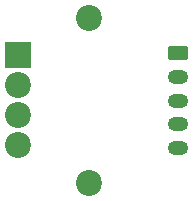
<source format=gts>
G04 #@! TF.GenerationSoftware,KiCad,Pcbnew,7.0.1*
G04 #@! TF.CreationDate,2023-07-16T03:42:13+02:00*
G04 #@! TF.ProjectId,load_cell_connector_interface,6c6f6164-5f63-4656-9c6c-5f636f6e6e65,rev?*
G04 #@! TF.SameCoordinates,Original*
G04 #@! TF.FileFunction,Soldermask,Top*
G04 #@! TF.FilePolarity,Negative*
%FSLAX46Y46*%
G04 Gerber Fmt 4.6, Leading zero omitted, Abs format (unit mm)*
G04 Created by KiCad (PCBNEW 7.0.1) date 2023-07-16 03:42:13*
%MOMM*%
%LPD*%
G01*
G04 APERTURE LIST*
G04 Aperture macros list*
%AMRoundRect*
0 Rectangle with rounded corners*
0 $1 Rounding radius*
0 $2 $3 $4 $5 $6 $7 $8 $9 X,Y pos of 4 corners*
0 Add a 4 corners polygon primitive as box body*
4,1,4,$2,$3,$4,$5,$6,$7,$8,$9,$2,$3,0*
0 Add four circle primitives for the rounded corners*
1,1,$1+$1,$2,$3*
1,1,$1+$1,$4,$5*
1,1,$1+$1,$6,$7*
1,1,$1+$1,$8,$9*
0 Add four rect primitives between the rounded corners*
20,1,$1+$1,$2,$3,$4,$5,0*
20,1,$1+$1,$4,$5,$6,$7,0*
20,1,$1+$1,$6,$7,$8,$9,0*
20,1,$1+$1,$8,$9,$2,$3,0*%
G04 Aperture macros list end*
%ADD10O,1.750000X1.200000*%
%ADD11RoundRect,0.250000X-0.625000X0.350000X-0.625000X-0.350000X0.625000X-0.350000X0.625000X0.350000X0*%
%ADD12C,2.200000*%
%ADD13R,2.200000X2.200000*%
G04 APERTURE END LIST*
D10*
X129250000Y-104325000D03*
X129250000Y-102325000D03*
X129250000Y-100325000D03*
X129250000Y-98325000D03*
D11*
X129250000Y-96325000D03*
D12*
X121750000Y-107325000D03*
X121750000Y-93325000D03*
X115675000Y-104130001D03*
X115675000Y-101590001D03*
X115675000Y-99050001D03*
D13*
X115675000Y-96510001D03*
M02*

</source>
